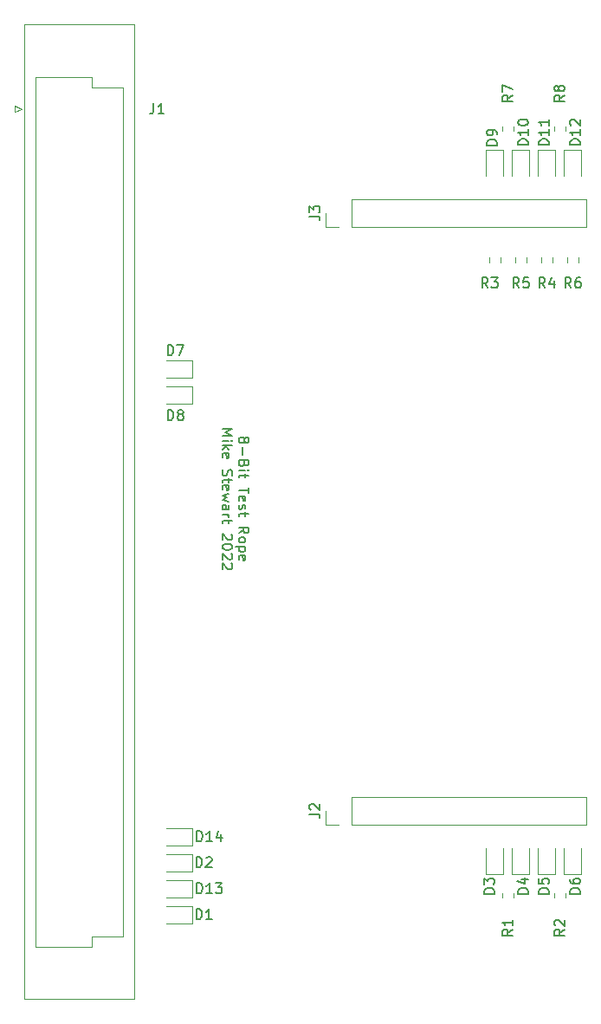
<source format=gto>
G04 #@! TF.GenerationSoftware,KiCad,Pcbnew,(6.0.2)*
G04 #@! TF.CreationDate,2022-03-23T23:40:58-07:00*
G04 #@! TF.ProjectId,test_rope,74657374-5f72-46f7-9065-2e6b69636164,rev?*
G04 #@! TF.SameCoordinates,Original*
G04 #@! TF.FileFunction,Legend,Top*
G04 #@! TF.FilePolarity,Positive*
%FSLAX46Y46*%
G04 Gerber Fmt 4.6, Leading zero omitted, Abs format (unit mm)*
G04 Created by KiCad (PCBNEW (6.0.2)) date 2022-03-23 23:40:58*
%MOMM*%
%LPD*%
G01*
G04 APERTURE LIST*
%ADD10C,0.150000*%
%ADD11C,0.120000*%
G04 APERTURE END LIST*
D10*
X125384047Y-80526666D02*
X125431666Y-80431428D01*
X125479285Y-80383809D01*
X125574523Y-80336190D01*
X125622142Y-80336190D01*
X125717380Y-80383809D01*
X125765000Y-80431428D01*
X125812619Y-80526666D01*
X125812619Y-80717142D01*
X125765000Y-80812380D01*
X125717380Y-80860000D01*
X125622142Y-80907619D01*
X125574523Y-80907619D01*
X125479285Y-80860000D01*
X125431666Y-80812380D01*
X125384047Y-80717142D01*
X125384047Y-80526666D01*
X125336428Y-80431428D01*
X125288809Y-80383809D01*
X125193571Y-80336190D01*
X125003095Y-80336190D01*
X124907857Y-80383809D01*
X124860238Y-80431428D01*
X124812619Y-80526666D01*
X124812619Y-80717142D01*
X124860238Y-80812380D01*
X124907857Y-80860000D01*
X125003095Y-80907619D01*
X125193571Y-80907619D01*
X125288809Y-80860000D01*
X125336428Y-80812380D01*
X125384047Y-80717142D01*
X125193571Y-81336190D02*
X125193571Y-82098095D01*
X125336428Y-82907619D02*
X125288809Y-83050476D01*
X125241190Y-83098095D01*
X125145952Y-83145714D01*
X125003095Y-83145714D01*
X124907857Y-83098095D01*
X124860238Y-83050476D01*
X124812619Y-82955238D01*
X124812619Y-82574285D01*
X125812619Y-82574285D01*
X125812619Y-82907619D01*
X125765000Y-83002857D01*
X125717380Y-83050476D01*
X125622142Y-83098095D01*
X125526904Y-83098095D01*
X125431666Y-83050476D01*
X125384047Y-83002857D01*
X125336428Y-82907619D01*
X125336428Y-82574285D01*
X124812619Y-83574285D02*
X125479285Y-83574285D01*
X125812619Y-83574285D02*
X125765000Y-83526666D01*
X125717380Y-83574285D01*
X125765000Y-83621904D01*
X125812619Y-83574285D01*
X125717380Y-83574285D01*
X125479285Y-83907619D02*
X125479285Y-84288571D01*
X125812619Y-84050476D02*
X124955476Y-84050476D01*
X124860238Y-84098095D01*
X124812619Y-84193333D01*
X124812619Y-84288571D01*
X125812619Y-85240952D02*
X125812619Y-85812380D01*
X124812619Y-85526666D02*
X125812619Y-85526666D01*
X124860238Y-86526666D02*
X124812619Y-86431428D01*
X124812619Y-86240952D01*
X124860238Y-86145714D01*
X124955476Y-86098095D01*
X125336428Y-86098095D01*
X125431666Y-86145714D01*
X125479285Y-86240952D01*
X125479285Y-86431428D01*
X125431666Y-86526666D01*
X125336428Y-86574285D01*
X125241190Y-86574285D01*
X125145952Y-86098095D01*
X124860238Y-86955238D02*
X124812619Y-87050476D01*
X124812619Y-87240952D01*
X124860238Y-87336190D01*
X124955476Y-87383809D01*
X125003095Y-87383809D01*
X125098333Y-87336190D01*
X125145952Y-87240952D01*
X125145952Y-87098095D01*
X125193571Y-87002857D01*
X125288809Y-86955238D01*
X125336428Y-86955238D01*
X125431666Y-87002857D01*
X125479285Y-87098095D01*
X125479285Y-87240952D01*
X125431666Y-87336190D01*
X125479285Y-87669523D02*
X125479285Y-88050476D01*
X125812619Y-87812380D02*
X124955476Y-87812380D01*
X124860238Y-87860000D01*
X124812619Y-87955238D01*
X124812619Y-88050476D01*
X124812619Y-89717142D02*
X125288809Y-89383809D01*
X124812619Y-89145714D02*
X125812619Y-89145714D01*
X125812619Y-89526666D01*
X125765000Y-89621904D01*
X125717380Y-89669523D01*
X125622142Y-89717142D01*
X125479285Y-89717142D01*
X125384047Y-89669523D01*
X125336428Y-89621904D01*
X125288809Y-89526666D01*
X125288809Y-89145714D01*
X124812619Y-90288571D02*
X124860238Y-90193333D01*
X124907857Y-90145714D01*
X125003095Y-90098095D01*
X125288809Y-90098095D01*
X125384047Y-90145714D01*
X125431666Y-90193333D01*
X125479285Y-90288571D01*
X125479285Y-90431428D01*
X125431666Y-90526666D01*
X125384047Y-90574285D01*
X125288809Y-90621904D01*
X125003095Y-90621904D01*
X124907857Y-90574285D01*
X124860238Y-90526666D01*
X124812619Y-90431428D01*
X124812619Y-90288571D01*
X125479285Y-91050476D02*
X124479285Y-91050476D01*
X125431666Y-91050476D02*
X125479285Y-91145714D01*
X125479285Y-91336190D01*
X125431666Y-91431428D01*
X125384047Y-91479047D01*
X125288809Y-91526666D01*
X125003095Y-91526666D01*
X124907857Y-91479047D01*
X124860238Y-91431428D01*
X124812619Y-91336190D01*
X124812619Y-91145714D01*
X124860238Y-91050476D01*
X124860238Y-92336190D02*
X124812619Y-92240952D01*
X124812619Y-92050476D01*
X124860238Y-91955238D01*
X124955476Y-91907619D01*
X125336428Y-91907619D01*
X125431666Y-91955238D01*
X125479285Y-92050476D01*
X125479285Y-92240952D01*
X125431666Y-92336190D01*
X125336428Y-92383809D01*
X125241190Y-92383809D01*
X125145952Y-91907619D01*
X123202619Y-79526666D02*
X124202619Y-79526666D01*
X123488333Y-79860000D01*
X124202619Y-80193333D01*
X123202619Y-80193333D01*
X123202619Y-80669523D02*
X123869285Y-80669523D01*
X124202619Y-80669523D02*
X124155000Y-80621904D01*
X124107380Y-80669523D01*
X124155000Y-80717142D01*
X124202619Y-80669523D01*
X124107380Y-80669523D01*
X123202619Y-81145714D02*
X124202619Y-81145714D01*
X123583571Y-81240952D02*
X123202619Y-81526666D01*
X123869285Y-81526666D02*
X123488333Y-81145714D01*
X123250238Y-82336190D02*
X123202619Y-82240952D01*
X123202619Y-82050476D01*
X123250238Y-81955238D01*
X123345476Y-81907619D01*
X123726428Y-81907619D01*
X123821666Y-81955238D01*
X123869285Y-82050476D01*
X123869285Y-82240952D01*
X123821666Y-82336190D01*
X123726428Y-82383809D01*
X123631190Y-82383809D01*
X123535952Y-81907619D01*
X123250238Y-83526666D02*
X123202619Y-83669523D01*
X123202619Y-83907619D01*
X123250238Y-84002857D01*
X123297857Y-84050476D01*
X123393095Y-84098095D01*
X123488333Y-84098095D01*
X123583571Y-84050476D01*
X123631190Y-84002857D01*
X123678809Y-83907619D01*
X123726428Y-83717142D01*
X123774047Y-83621904D01*
X123821666Y-83574285D01*
X123916904Y-83526666D01*
X124012142Y-83526666D01*
X124107380Y-83574285D01*
X124155000Y-83621904D01*
X124202619Y-83717142D01*
X124202619Y-83955238D01*
X124155000Y-84098095D01*
X123869285Y-84383809D02*
X123869285Y-84764761D01*
X124202619Y-84526666D02*
X123345476Y-84526666D01*
X123250238Y-84574285D01*
X123202619Y-84669523D01*
X123202619Y-84764761D01*
X123250238Y-85479047D02*
X123202619Y-85383809D01*
X123202619Y-85193333D01*
X123250238Y-85098095D01*
X123345476Y-85050476D01*
X123726428Y-85050476D01*
X123821666Y-85098095D01*
X123869285Y-85193333D01*
X123869285Y-85383809D01*
X123821666Y-85479047D01*
X123726428Y-85526666D01*
X123631190Y-85526666D01*
X123535952Y-85050476D01*
X123869285Y-85860000D02*
X123202619Y-86050476D01*
X123678809Y-86240952D01*
X123202619Y-86431428D01*
X123869285Y-86621904D01*
X123202619Y-87431428D02*
X123726428Y-87431428D01*
X123821666Y-87383809D01*
X123869285Y-87288571D01*
X123869285Y-87098095D01*
X123821666Y-87002857D01*
X123250238Y-87431428D02*
X123202619Y-87336190D01*
X123202619Y-87098095D01*
X123250238Y-87002857D01*
X123345476Y-86955238D01*
X123440714Y-86955238D01*
X123535952Y-87002857D01*
X123583571Y-87098095D01*
X123583571Y-87336190D01*
X123631190Y-87431428D01*
X123202619Y-87907619D02*
X123869285Y-87907619D01*
X123678809Y-87907619D02*
X123774047Y-87955238D01*
X123821666Y-88002857D01*
X123869285Y-88098095D01*
X123869285Y-88193333D01*
X123869285Y-88383809D02*
X123869285Y-88764761D01*
X124202619Y-88526666D02*
X123345476Y-88526666D01*
X123250238Y-88574285D01*
X123202619Y-88669523D01*
X123202619Y-88764761D01*
X124107380Y-89812380D02*
X124155000Y-89860000D01*
X124202619Y-89955238D01*
X124202619Y-90193333D01*
X124155000Y-90288571D01*
X124107380Y-90336190D01*
X124012142Y-90383809D01*
X123916904Y-90383809D01*
X123774047Y-90336190D01*
X123202619Y-89764761D01*
X123202619Y-90383809D01*
X124202619Y-91002857D02*
X124202619Y-91098095D01*
X124155000Y-91193333D01*
X124107380Y-91240952D01*
X124012142Y-91288571D01*
X123821666Y-91336190D01*
X123583571Y-91336190D01*
X123393095Y-91288571D01*
X123297857Y-91240952D01*
X123250238Y-91193333D01*
X123202619Y-91098095D01*
X123202619Y-91002857D01*
X123250238Y-90907619D01*
X123297857Y-90860000D01*
X123393095Y-90812380D01*
X123583571Y-90764761D01*
X123821666Y-90764761D01*
X124012142Y-90812380D01*
X124107380Y-90860000D01*
X124155000Y-90907619D01*
X124202619Y-91002857D01*
X124107380Y-91717142D02*
X124155000Y-91764761D01*
X124202619Y-91860000D01*
X124202619Y-92098095D01*
X124155000Y-92193333D01*
X124107380Y-92240952D01*
X124012142Y-92288571D01*
X123916904Y-92288571D01*
X123774047Y-92240952D01*
X123202619Y-91669523D01*
X123202619Y-92288571D01*
X124107380Y-92669523D02*
X124155000Y-92717142D01*
X124202619Y-92812380D01*
X124202619Y-93050476D01*
X124155000Y-93145714D01*
X124107380Y-93193333D01*
X124012142Y-93240952D01*
X123916904Y-93240952D01*
X123774047Y-93193333D01*
X123202619Y-92621904D01*
X123202619Y-93240952D01*
X156662380Y-46902666D02*
X156186190Y-47236000D01*
X156662380Y-47474095D02*
X155662380Y-47474095D01*
X155662380Y-47093142D01*
X155710000Y-46997904D01*
X155757619Y-46950285D01*
X155852857Y-46902666D01*
X155995714Y-46902666D01*
X156090952Y-46950285D01*
X156138571Y-46997904D01*
X156186190Y-47093142D01*
X156186190Y-47474095D01*
X156090952Y-46331238D02*
X156043333Y-46426476D01*
X155995714Y-46474095D01*
X155900476Y-46521714D01*
X155852857Y-46521714D01*
X155757619Y-46474095D01*
X155710000Y-46426476D01*
X155662380Y-46331238D01*
X155662380Y-46140761D01*
X155710000Y-46045523D01*
X155757619Y-45997904D01*
X155852857Y-45950285D01*
X155900476Y-45950285D01*
X155995714Y-45997904D01*
X156043333Y-46045523D01*
X156090952Y-46140761D01*
X156090952Y-46331238D01*
X156138571Y-46426476D01*
X156186190Y-46474095D01*
X156281428Y-46521714D01*
X156471904Y-46521714D01*
X156567142Y-46474095D01*
X156614761Y-46426476D01*
X156662380Y-46331238D01*
X156662380Y-46140761D01*
X156614761Y-46045523D01*
X156567142Y-45997904D01*
X156471904Y-45950285D01*
X156281428Y-45950285D01*
X156186190Y-45997904D01*
X156138571Y-46045523D01*
X156090952Y-46140761D01*
X157313333Y-65730380D02*
X156980000Y-65254190D01*
X156741904Y-65730380D02*
X156741904Y-64730380D01*
X157122857Y-64730380D01*
X157218095Y-64778000D01*
X157265714Y-64825619D01*
X157313333Y-64920857D01*
X157313333Y-65063714D01*
X157265714Y-65158952D01*
X157218095Y-65206571D01*
X157122857Y-65254190D01*
X156741904Y-65254190D01*
X158170476Y-64730380D02*
X157980000Y-64730380D01*
X157884761Y-64778000D01*
X157837142Y-64825619D01*
X157741904Y-64968476D01*
X157694285Y-65158952D01*
X157694285Y-65539904D01*
X157741904Y-65635142D01*
X157789523Y-65682761D01*
X157884761Y-65730380D01*
X158075238Y-65730380D01*
X158170476Y-65682761D01*
X158218095Y-65635142D01*
X158265714Y-65539904D01*
X158265714Y-65301809D01*
X158218095Y-65206571D01*
X158170476Y-65158952D01*
X158075238Y-65111333D01*
X157884761Y-65111333D01*
X157789523Y-65158952D01*
X157741904Y-65206571D01*
X157694285Y-65301809D01*
X154773333Y-65730380D02*
X154440000Y-65254190D01*
X154201904Y-65730380D02*
X154201904Y-64730380D01*
X154582857Y-64730380D01*
X154678095Y-64778000D01*
X154725714Y-64825619D01*
X154773333Y-64920857D01*
X154773333Y-65063714D01*
X154725714Y-65158952D01*
X154678095Y-65206571D01*
X154582857Y-65254190D01*
X154201904Y-65254190D01*
X155630476Y-65063714D02*
X155630476Y-65730380D01*
X155392380Y-64682761D02*
X155154285Y-65397047D01*
X155773333Y-65397047D01*
X131742380Y-117173333D02*
X132456666Y-117173333D01*
X132599523Y-117220952D01*
X132694761Y-117316190D01*
X132742380Y-117459047D01*
X132742380Y-117554285D01*
X131837619Y-116744761D02*
X131790000Y-116697142D01*
X131742380Y-116601904D01*
X131742380Y-116363809D01*
X131790000Y-116268571D01*
X131837619Y-116220952D01*
X131932857Y-116173333D01*
X132028095Y-116173333D01*
X132170952Y-116220952D01*
X132742380Y-116792380D01*
X132742380Y-116173333D01*
X116506666Y-47712380D02*
X116506666Y-48426666D01*
X116459047Y-48569523D01*
X116363809Y-48664761D01*
X116220952Y-48712380D01*
X116125714Y-48712380D01*
X117506666Y-48712380D02*
X116935238Y-48712380D01*
X117220952Y-48712380D02*
X117220952Y-47712380D01*
X117125714Y-47855238D01*
X117030476Y-47950476D01*
X116935238Y-47998095D01*
X150058380Y-51792095D02*
X149058380Y-51792095D01*
X149058380Y-51554000D01*
X149106000Y-51411142D01*
X149201238Y-51315904D01*
X149296476Y-51268285D01*
X149486952Y-51220666D01*
X149629809Y-51220666D01*
X149820285Y-51268285D01*
X149915523Y-51315904D01*
X150010761Y-51411142D01*
X150058380Y-51554000D01*
X150058380Y-51792095D01*
X150058380Y-50744476D02*
X150058380Y-50554000D01*
X150010761Y-50458761D01*
X149963142Y-50411142D01*
X149820285Y-50315904D01*
X149629809Y-50268285D01*
X149248857Y-50268285D01*
X149153619Y-50315904D01*
X149106000Y-50363523D01*
X149058380Y-50458761D01*
X149058380Y-50649238D01*
X149106000Y-50744476D01*
X149153619Y-50792095D01*
X149248857Y-50839714D01*
X149486952Y-50839714D01*
X149582190Y-50792095D01*
X149629809Y-50744476D01*
X149677428Y-50649238D01*
X149677428Y-50458761D01*
X149629809Y-50363523D01*
X149582190Y-50315904D01*
X149486952Y-50268285D01*
X158186380Y-124944095D02*
X157186380Y-124944095D01*
X157186380Y-124706000D01*
X157234000Y-124563142D01*
X157329238Y-124467904D01*
X157424476Y-124420285D01*
X157614952Y-124372666D01*
X157757809Y-124372666D01*
X157948285Y-124420285D01*
X158043523Y-124467904D01*
X158138761Y-124563142D01*
X158186380Y-124706000D01*
X158186380Y-124944095D01*
X157186380Y-123515523D02*
X157186380Y-123706000D01*
X157234000Y-123801238D01*
X157281619Y-123848857D01*
X157424476Y-123944095D01*
X157614952Y-123991714D01*
X157995904Y-123991714D01*
X158091142Y-123944095D01*
X158138761Y-123896476D01*
X158186380Y-123801238D01*
X158186380Y-123610761D01*
X158138761Y-123515523D01*
X158091142Y-123467904D01*
X157995904Y-123420285D01*
X157757809Y-123420285D01*
X157662571Y-123467904D01*
X157614952Y-123515523D01*
X157567333Y-123610761D01*
X157567333Y-123801238D01*
X157614952Y-123896476D01*
X157662571Y-123944095D01*
X157757809Y-123991714D01*
X158186380Y-51760285D02*
X157186380Y-51760285D01*
X157186380Y-51522190D01*
X157234000Y-51379333D01*
X157329238Y-51284095D01*
X157424476Y-51236476D01*
X157614952Y-51188857D01*
X157757809Y-51188857D01*
X157948285Y-51236476D01*
X158043523Y-51284095D01*
X158138761Y-51379333D01*
X158186380Y-51522190D01*
X158186380Y-51760285D01*
X158186380Y-50236476D02*
X158186380Y-50807904D01*
X158186380Y-50522190D02*
X157186380Y-50522190D01*
X157329238Y-50617428D01*
X157424476Y-50712666D01*
X157472095Y-50807904D01*
X157281619Y-49855523D02*
X157234000Y-49807904D01*
X157186380Y-49712666D01*
X157186380Y-49474571D01*
X157234000Y-49379333D01*
X157281619Y-49331714D01*
X157376857Y-49284095D01*
X157472095Y-49284095D01*
X157614952Y-49331714D01*
X158186380Y-49903142D01*
X158186380Y-49284095D01*
X155138380Y-51760285D02*
X154138380Y-51760285D01*
X154138380Y-51522190D01*
X154186000Y-51379333D01*
X154281238Y-51284095D01*
X154376476Y-51236476D01*
X154566952Y-51188857D01*
X154709809Y-51188857D01*
X154900285Y-51236476D01*
X154995523Y-51284095D01*
X155090761Y-51379333D01*
X155138380Y-51522190D01*
X155138380Y-51760285D01*
X155138380Y-50236476D02*
X155138380Y-50807904D01*
X155138380Y-50522190D02*
X154138380Y-50522190D01*
X154281238Y-50617428D01*
X154376476Y-50712666D01*
X154424095Y-50807904D01*
X155138380Y-49284095D02*
X155138380Y-49855523D01*
X155138380Y-49569809D02*
X154138380Y-49569809D01*
X154281238Y-49665047D01*
X154376476Y-49760285D01*
X154424095Y-49855523D01*
X153106380Y-124944095D02*
X152106380Y-124944095D01*
X152106380Y-124706000D01*
X152154000Y-124563142D01*
X152249238Y-124467904D01*
X152344476Y-124420285D01*
X152534952Y-124372666D01*
X152677809Y-124372666D01*
X152868285Y-124420285D01*
X152963523Y-124467904D01*
X153058761Y-124563142D01*
X153106380Y-124706000D01*
X153106380Y-124944095D01*
X152439714Y-123515523D02*
X153106380Y-123515523D01*
X152058761Y-123753619D02*
X152773047Y-123991714D01*
X152773047Y-123372666D01*
X152233333Y-65730380D02*
X151900000Y-65254190D01*
X151661904Y-65730380D02*
X151661904Y-64730380D01*
X152042857Y-64730380D01*
X152138095Y-64778000D01*
X152185714Y-64825619D01*
X152233333Y-64920857D01*
X152233333Y-65063714D01*
X152185714Y-65158952D01*
X152138095Y-65206571D01*
X152042857Y-65254190D01*
X151661904Y-65254190D01*
X153138095Y-64730380D02*
X152661904Y-64730380D01*
X152614285Y-65206571D01*
X152661904Y-65158952D01*
X152757142Y-65111333D01*
X152995238Y-65111333D01*
X153090476Y-65158952D01*
X153138095Y-65206571D01*
X153185714Y-65301809D01*
X153185714Y-65539904D01*
X153138095Y-65635142D01*
X153090476Y-65682761D01*
X152995238Y-65730380D01*
X152757142Y-65730380D01*
X152661904Y-65682761D01*
X152614285Y-65635142D01*
X120705714Y-124912380D02*
X120705714Y-123912380D01*
X120943809Y-123912380D01*
X121086666Y-123960000D01*
X121181904Y-124055238D01*
X121229523Y-124150476D01*
X121277142Y-124340952D01*
X121277142Y-124483809D01*
X121229523Y-124674285D01*
X121181904Y-124769523D01*
X121086666Y-124864761D01*
X120943809Y-124912380D01*
X120705714Y-124912380D01*
X122229523Y-124912380D02*
X121658095Y-124912380D01*
X121943809Y-124912380D02*
X121943809Y-123912380D01*
X121848571Y-124055238D01*
X121753333Y-124150476D01*
X121658095Y-124198095D01*
X122562857Y-123912380D02*
X123181904Y-123912380D01*
X122848571Y-124293333D01*
X122991428Y-124293333D01*
X123086666Y-124340952D01*
X123134285Y-124388571D01*
X123181904Y-124483809D01*
X123181904Y-124721904D01*
X123134285Y-124817142D01*
X123086666Y-124864761D01*
X122991428Y-124912380D01*
X122705714Y-124912380D01*
X122610476Y-124864761D01*
X122562857Y-124817142D01*
X120705714Y-119832380D02*
X120705714Y-118832380D01*
X120943809Y-118832380D01*
X121086666Y-118880000D01*
X121181904Y-118975238D01*
X121229523Y-119070476D01*
X121277142Y-119260952D01*
X121277142Y-119403809D01*
X121229523Y-119594285D01*
X121181904Y-119689523D01*
X121086666Y-119784761D01*
X120943809Y-119832380D01*
X120705714Y-119832380D01*
X122229523Y-119832380D02*
X121658095Y-119832380D01*
X121943809Y-119832380D02*
X121943809Y-118832380D01*
X121848571Y-118975238D01*
X121753333Y-119070476D01*
X121658095Y-119118095D01*
X123086666Y-119165714D02*
X123086666Y-119832380D01*
X122848571Y-118784761D02*
X122610476Y-119499047D01*
X123229523Y-119499047D01*
X149804380Y-124944095D02*
X148804380Y-124944095D01*
X148804380Y-124706000D01*
X148852000Y-124563142D01*
X148947238Y-124467904D01*
X149042476Y-124420285D01*
X149232952Y-124372666D01*
X149375809Y-124372666D01*
X149566285Y-124420285D01*
X149661523Y-124467904D01*
X149756761Y-124563142D01*
X149804380Y-124706000D01*
X149804380Y-124944095D01*
X148804380Y-124039333D02*
X148804380Y-123420285D01*
X149185333Y-123753619D01*
X149185333Y-123610761D01*
X149232952Y-123515523D01*
X149280571Y-123467904D01*
X149375809Y-123420285D01*
X149613904Y-123420285D01*
X149709142Y-123467904D01*
X149756761Y-123515523D01*
X149804380Y-123610761D01*
X149804380Y-123896476D01*
X149756761Y-123991714D01*
X149709142Y-124039333D01*
X117879904Y-78684380D02*
X117879904Y-77684380D01*
X118118000Y-77684380D01*
X118260857Y-77732000D01*
X118356095Y-77827238D01*
X118403714Y-77922476D01*
X118451333Y-78112952D01*
X118451333Y-78255809D01*
X118403714Y-78446285D01*
X118356095Y-78541523D01*
X118260857Y-78636761D01*
X118118000Y-78684380D01*
X117879904Y-78684380D01*
X119022761Y-78112952D02*
X118927523Y-78065333D01*
X118879904Y-78017714D01*
X118832285Y-77922476D01*
X118832285Y-77874857D01*
X118879904Y-77779619D01*
X118927523Y-77732000D01*
X119022761Y-77684380D01*
X119213238Y-77684380D01*
X119308476Y-77732000D01*
X119356095Y-77779619D01*
X119403714Y-77874857D01*
X119403714Y-77922476D01*
X119356095Y-78017714D01*
X119308476Y-78065333D01*
X119213238Y-78112952D01*
X119022761Y-78112952D01*
X118927523Y-78160571D01*
X118879904Y-78208190D01*
X118832285Y-78303428D01*
X118832285Y-78493904D01*
X118879904Y-78589142D01*
X118927523Y-78636761D01*
X119022761Y-78684380D01*
X119213238Y-78684380D01*
X119308476Y-78636761D01*
X119356095Y-78589142D01*
X119403714Y-78493904D01*
X119403714Y-78303428D01*
X119356095Y-78208190D01*
X119308476Y-78160571D01*
X119213238Y-78112952D01*
X131742380Y-58753333D02*
X132456666Y-58753333D01*
X132599523Y-58800952D01*
X132694761Y-58896190D01*
X132742380Y-59039047D01*
X132742380Y-59134285D01*
X131742380Y-58372380D02*
X131742380Y-57753333D01*
X132123333Y-58086666D01*
X132123333Y-57943809D01*
X132170952Y-57848571D01*
X132218571Y-57800952D01*
X132313809Y-57753333D01*
X132551904Y-57753333D01*
X132647142Y-57800952D01*
X132694761Y-57848571D01*
X132742380Y-57943809D01*
X132742380Y-58229523D01*
X132694761Y-58324761D01*
X132647142Y-58372380D01*
X120673904Y-127452380D02*
X120673904Y-126452380D01*
X120912000Y-126452380D01*
X121054857Y-126500000D01*
X121150095Y-126595238D01*
X121197714Y-126690476D01*
X121245333Y-126880952D01*
X121245333Y-127023809D01*
X121197714Y-127214285D01*
X121150095Y-127309523D01*
X121054857Y-127404761D01*
X120912000Y-127452380D01*
X120673904Y-127452380D01*
X122197714Y-127452380D02*
X121626285Y-127452380D01*
X121912000Y-127452380D02*
X121912000Y-126452380D01*
X121816761Y-126595238D01*
X121721523Y-126690476D01*
X121626285Y-126738095D01*
X151582380Y-46902666D02*
X151106190Y-47236000D01*
X151582380Y-47474095D02*
X150582380Y-47474095D01*
X150582380Y-47093142D01*
X150630000Y-46997904D01*
X150677619Y-46950285D01*
X150772857Y-46902666D01*
X150915714Y-46902666D01*
X151010952Y-46950285D01*
X151058571Y-46997904D01*
X151106190Y-47093142D01*
X151106190Y-47474095D01*
X150582380Y-46569333D02*
X150582380Y-45902666D01*
X151582380Y-46331238D01*
X153106380Y-51760285D02*
X152106380Y-51760285D01*
X152106380Y-51522190D01*
X152154000Y-51379333D01*
X152249238Y-51284095D01*
X152344476Y-51236476D01*
X152534952Y-51188857D01*
X152677809Y-51188857D01*
X152868285Y-51236476D01*
X152963523Y-51284095D01*
X153058761Y-51379333D01*
X153106380Y-51522190D01*
X153106380Y-51760285D01*
X153106380Y-50236476D02*
X153106380Y-50807904D01*
X153106380Y-50522190D02*
X152106380Y-50522190D01*
X152249238Y-50617428D01*
X152344476Y-50712666D01*
X152392095Y-50807904D01*
X152106380Y-49617428D02*
X152106380Y-49522190D01*
X152154000Y-49426952D01*
X152201619Y-49379333D01*
X152296857Y-49331714D01*
X152487333Y-49284095D01*
X152725428Y-49284095D01*
X152915904Y-49331714D01*
X153011142Y-49379333D01*
X153058761Y-49426952D01*
X153106380Y-49522190D01*
X153106380Y-49617428D01*
X153058761Y-49712666D01*
X153011142Y-49760285D01*
X152915904Y-49807904D01*
X152725428Y-49855523D01*
X152487333Y-49855523D01*
X152296857Y-49807904D01*
X152201619Y-49760285D01*
X152154000Y-49712666D01*
X152106380Y-49617428D01*
X117879904Y-72334380D02*
X117879904Y-71334380D01*
X118118000Y-71334380D01*
X118260857Y-71382000D01*
X118356095Y-71477238D01*
X118403714Y-71572476D01*
X118451333Y-71762952D01*
X118451333Y-71905809D01*
X118403714Y-72096285D01*
X118356095Y-72191523D01*
X118260857Y-72286761D01*
X118118000Y-72334380D01*
X117879904Y-72334380D01*
X118784666Y-71334380D02*
X119451333Y-71334380D01*
X119022761Y-72334380D01*
X156662380Y-128436666D02*
X156186190Y-128770000D01*
X156662380Y-129008095D02*
X155662380Y-129008095D01*
X155662380Y-128627142D01*
X155710000Y-128531904D01*
X155757619Y-128484285D01*
X155852857Y-128436666D01*
X155995714Y-128436666D01*
X156090952Y-128484285D01*
X156138571Y-128531904D01*
X156186190Y-128627142D01*
X156186190Y-129008095D01*
X155757619Y-128055714D02*
X155710000Y-128008095D01*
X155662380Y-127912857D01*
X155662380Y-127674761D01*
X155710000Y-127579523D01*
X155757619Y-127531904D01*
X155852857Y-127484285D01*
X155948095Y-127484285D01*
X156090952Y-127531904D01*
X156662380Y-128103333D01*
X156662380Y-127484285D01*
X155138380Y-124944095D02*
X154138380Y-124944095D01*
X154138380Y-124706000D01*
X154186000Y-124563142D01*
X154281238Y-124467904D01*
X154376476Y-124420285D01*
X154566952Y-124372666D01*
X154709809Y-124372666D01*
X154900285Y-124420285D01*
X154995523Y-124467904D01*
X155090761Y-124563142D01*
X155138380Y-124706000D01*
X155138380Y-124944095D01*
X154138380Y-123467904D02*
X154138380Y-123944095D01*
X154614571Y-123991714D01*
X154566952Y-123944095D01*
X154519333Y-123848857D01*
X154519333Y-123610761D01*
X154566952Y-123515523D01*
X154614571Y-123467904D01*
X154709809Y-123420285D01*
X154947904Y-123420285D01*
X155043142Y-123467904D01*
X155090761Y-123515523D01*
X155138380Y-123610761D01*
X155138380Y-123848857D01*
X155090761Y-123944095D01*
X155043142Y-123991714D01*
X120673904Y-122372380D02*
X120673904Y-121372380D01*
X120912000Y-121372380D01*
X121054857Y-121420000D01*
X121150095Y-121515238D01*
X121197714Y-121610476D01*
X121245333Y-121800952D01*
X121245333Y-121943809D01*
X121197714Y-122134285D01*
X121150095Y-122229523D01*
X121054857Y-122324761D01*
X120912000Y-122372380D01*
X120673904Y-122372380D01*
X121626285Y-121467619D02*
X121673904Y-121420000D01*
X121769142Y-121372380D01*
X122007238Y-121372380D01*
X122102476Y-121420000D01*
X122150095Y-121467619D01*
X122197714Y-121562857D01*
X122197714Y-121658095D01*
X122150095Y-121800952D01*
X121578666Y-122372380D01*
X122197714Y-122372380D01*
X151582380Y-128436666D02*
X151106190Y-128770000D01*
X151582380Y-129008095D02*
X150582380Y-129008095D01*
X150582380Y-128627142D01*
X150630000Y-128531904D01*
X150677619Y-128484285D01*
X150772857Y-128436666D01*
X150915714Y-128436666D01*
X151010952Y-128484285D01*
X151058571Y-128531904D01*
X151106190Y-128627142D01*
X151106190Y-129008095D01*
X151582380Y-127484285D02*
X151582380Y-128055714D01*
X151582380Y-127770000D02*
X150582380Y-127770000D01*
X150725238Y-127865238D01*
X150820476Y-127960476D01*
X150868095Y-128055714D01*
X149185333Y-65730380D02*
X148852000Y-65254190D01*
X148613904Y-65730380D02*
X148613904Y-64730380D01*
X148994857Y-64730380D01*
X149090095Y-64778000D01*
X149137714Y-64825619D01*
X149185333Y-64920857D01*
X149185333Y-65063714D01*
X149137714Y-65158952D01*
X149090095Y-65206571D01*
X148994857Y-65254190D01*
X148613904Y-65254190D01*
X149518666Y-64730380D02*
X150137714Y-64730380D01*
X149804380Y-65111333D01*
X149947238Y-65111333D01*
X150042476Y-65158952D01*
X150090095Y-65206571D01*
X150137714Y-65301809D01*
X150137714Y-65539904D01*
X150090095Y-65635142D01*
X150042476Y-65682761D01*
X149947238Y-65730380D01*
X149661523Y-65730380D01*
X149566285Y-65682761D01*
X149518666Y-65635142D01*
D11*
X155687500Y-49927742D02*
X155687500Y-50402258D01*
X156732500Y-49927742D02*
X156732500Y-50402258D01*
X156957500Y-63229258D02*
X156957500Y-62754742D01*
X158002500Y-63229258D02*
X158002500Y-62754742D01*
X155462500Y-63229258D02*
X155462500Y-62754742D01*
X154417500Y-63229258D02*
X154417500Y-62754742D01*
X135890000Y-118170000D02*
X158810000Y-118170000D01*
X158810000Y-118170000D02*
X158810000Y-115510000D01*
X134620000Y-118170000D02*
X133290000Y-118170000D01*
X133290000Y-118170000D02*
X133290000Y-116840000D01*
X135890000Y-115510000D02*
X158810000Y-115510000D01*
X135890000Y-118170000D02*
X135890000Y-115510000D01*
X110470000Y-129130000D02*
X110470000Y-130130000D01*
X103810000Y-135240000D02*
X103810000Y-40020000D01*
X113470000Y-129130000D02*
X110470000Y-129130000D01*
X102940000Y-47960000D02*
X102940000Y-48560000D01*
X114630000Y-135240000D02*
X103810000Y-135240000D01*
X103810000Y-40020000D02*
X114630000Y-40020000D01*
X103620000Y-48260000D02*
X102940000Y-47960000D01*
X110470000Y-130130000D02*
X104970000Y-130130000D01*
X104970000Y-130130000D02*
X104970000Y-45129000D01*
X104970000Y-45129000D02*
X110470000Y-45129000D01*
X110470000Y-46129000D02*
X113470000Y-46129000D01*
X110470000Y-45129000D02*
X110470000Y-46129000D01*
X102940000Y-48560000D02*
X103620000Y-48260000D01*
X113470000Y-46129000D02*
X113470000Y-129130000D01*
X114630000Y-40020000D02*
X114630000Y-135240000D01*
X150710000Y-52255000D02*
X149010000Y-52255000D01*
X150710000Y-52255000D02*
X150710000Y-54805000D01*
X149010000Y-52255000D02*
X149010000Y-54805000D01*
X156630000Y-123005000D02*
X158330000Y-123005000D01*
X158330000Y-123005000D02*
X158330000Y-120455000D01*
X156630000Y-123005000D02*
X156630000Y-120455000D01*
X158330000Y-52255000D02*
X156630000Y-52255000D01*
X156630000Y-52255000D02*
X156630000Y-54805000D01*
X158330000Y-52255000D02*
X158330000Y-54805000D01*
X154090000Y-52255000D02*
X154090000Y-54805000D01*
X155790000Y-52255000D02*
X155790000Y-54805000D01*
X155790000Y-52255000D02*
X154090000Y-52255000D01*
X151550000Y-123005000D02*
X151550000Y-120455000D01*
X151550000Y-123005000D02*
X153250000Y-123005000D01*
X153250000Y-123005000D02*
X153250000Y-120455000D01*
X151877500Y-63229258D02*
X151877500Y-62754742D01*
X152922500Y-63229258D02*
X152922500Y-62754742D01*
X120245000Y-123610000D02*
X117695000Y-123610000D01*
X120245000Y-125310000D02*
X117695000Y-125310000D01*
X120245000Y-125310000D02*
X120245000Y-123610000D01*
X120245000Y-120230000D02*
X117695000Y-120230000D01*
X120245000Y-118530000D02*
X117695000Y-118530000D01*
X120245000Y-120230000D02*
X120245000Y-118530000D01*
X149010000Y-123005000D02*
X150710000Y-123005000D01*
X149010000Y-123005000D02*
X149010000Y-120455000D01*
X150710000Y-123005000D02*
X150710000Y-120455000D01*
X120245000Y-77050000D02*
X117695000Y-77050000D01*
X120245000Y-77050000D02*
X120245000Y-75350000D01*
X120245000Y-75350000D02*
X117695000Y-75350000D01*
X135890000Y-59750000D02*
X158810000Y-59750000D01*
X133290000Y-59750000D02*
X133290000Y-58420000D01*
X158810000Y-59750000D02*
X158810000Y-57090000D01*
X135890000Y-59750000D02*
X135890000Y-57090000D01*
X134620000Y-59750000D02*
X133290000Y-59750000D01*
X135890000Y-57090000D02*
X158810000Y-57090000D01*
X120245000Y-127850000D02*
X117695000Y-127850000D01*
X120245000Y-127850000D02*
X120245000Y-126150000D01*
X120245000Y-126150000D02*
X117695000Y-126150000D01*
X150607500Y-49927742D02*
X150607500Y-50402258D01*
X151652500Y-49927742D02*
X151652500Y-50402258D01*
X151550000Y-52255000D02*
X151550000Y-54805000D01*
X153250000Y-52255000D02*
X151550000Y-52255000D01*
X153250000Y-52255000D02*
X153250000Y-54805000D01*
X120245000Y-74510000D02*
X117695000Y-74510000D01*
X120245000Y-72810000D02*
X117695000Y-72810000D01*
X120245000Y-74510000D02*
X120245000Y-72810000D01*
X156732500Y-125332258D02*
X156732500Y-124857742D01*
X155687500Y-125332258D02*
X155687500Y-124857742D01*
X154090000Y-123005000D02*
X154090000Y-120455000D01*
X155790000Y-123005000D02*
X155790000Y-120455000D01*
X154090000Y-123005000D02*
X155790000Y-123005000D01*
X120245000Y-122770000D02*
X120245000Y-121070000D01*
X120245000Y-121070000D02*
X117695000Y-121070000D01*
X120245000Y-122770000D02*
X117695000Y-122770000D01*
X151652500Y-125332258D02*
X151652500Y-124857742D01*
X150607500Y-125332258D02*
X150607500Y-124857742D01*
X149337500Y-63229258D02*
X149337500Y-62754742D01*
X150382500Y-63229258D02*
X150382500Y-62754742D01*
M02*

</source>
